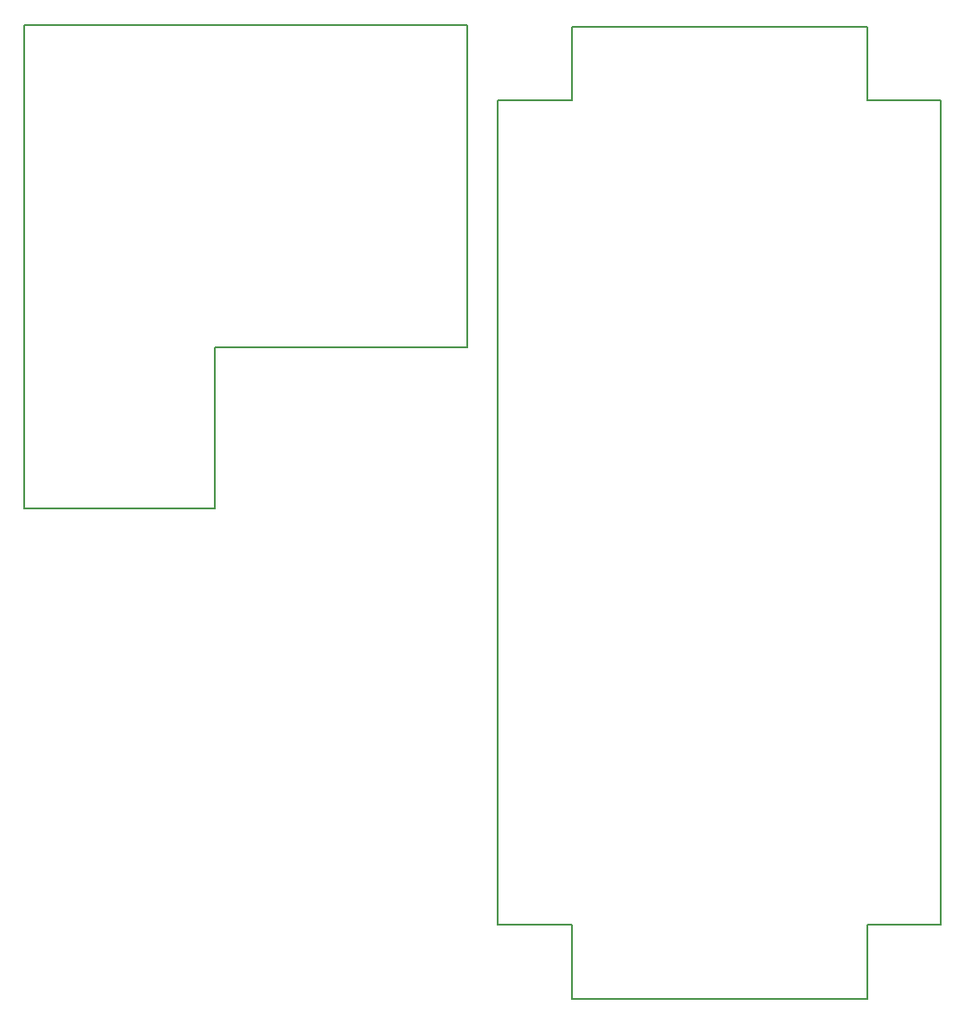
<source format=gbr>
G04 #@! TF.FileFunction,Profile,NP*
%FSLAX46Y46*%
G04 Gerber Fmt 4.6, Leading zero omitted, Abs format (unit mm)*
G04 Created by KiCad (PCBNEW 4.0.6) date Monday, 12 February 2018 'AMt' 00:03:10*
%MOMM*%
%LPD*%
G01*
G04 APERTURE LIST*
%ADD10C,0.100000*%
%ADD11C,0.150000*%
G04 APERTURE END LIST*
D10*
D11*
X80772000Y-105791000D02*
X38862000Y-105791000D01*
X80772000Y-136271000D02*
X80772000Y-105791000D01*
X56896000Y-136271000D02*
X56896000Y-151511000D01*
X56896000Y-136271000D02*
X80772000Y-136271000D01*
X38862000Y-151511000D02*
X38862000Y-105791000D01*
X56896000Y-151511000D02*
X38862000Y-151511000D01*
X125603000Y-190881000D02*
X125603000Y-112903000D01*
X90678000Y-197866000D02*
X118618000Y-197866000D01*
X90678000Y-190881000D02*
X83693000Y-190881000D01*
X83693000Y-112903000D02*
X83693000Y-190881000D01*
X118618000Y-105918000D02*
X90678000Y-105918000D01*
X90678000Y-112903000D02*
X83693000Y-112903000D01*
X90678000Y-105918000D02*
X90678000Y-112903000D01*
X118618000Y-112903000D02*
X125603000Y-112903000D01*
X118618000Y-105918000D02*
X118618000Y-112903000D01*
X118618000Y-190881000D02*
X118618000Y-197866000D01*
X125603000Y-190881000D02*
X118618000Y-190881000D01*
X90678000Y-190881000D02*
X90678000Y-197866000D01*
M02*

</source>
